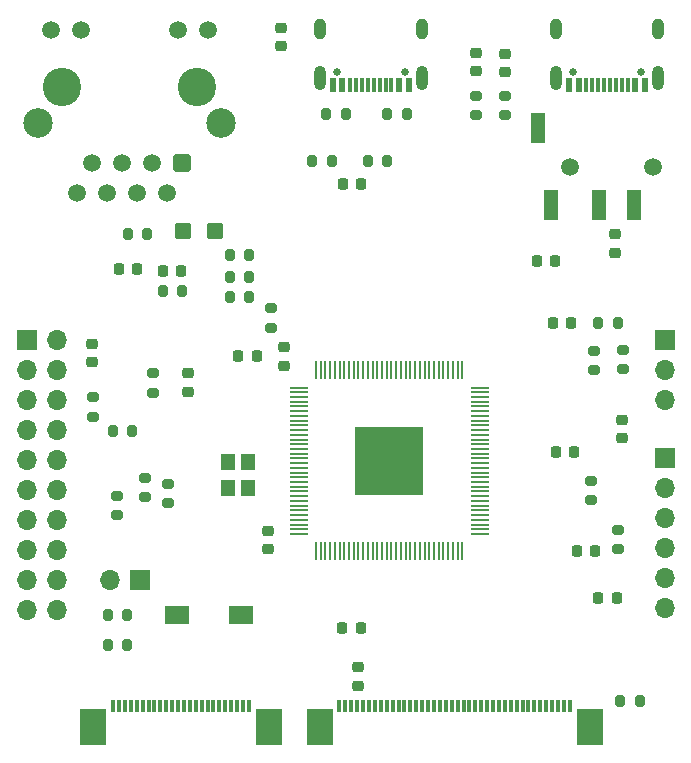
<source format=gbr>
%TF.GenerationSoftware,KiCad,Pcbnew,8.0.4-8.0.4-0~ubuntu24.04.1*%
%TF.CreationDate,2024-08-22T12:53:11+03:00*%
%TF.ProjectId,displinux,64697370-6c69-46e7-9578-2e6b69636164,rev?*%
%TF.SameCoordinates,Original*%
%TF.FileFunction,Soldermask,Top*%
%TF.FilePolarity,Negative*%
%FSLAX46Y46*%
G04 Gerber Fmt 4.6, Leading zero omitted, Abs format (unit mm)*
G04 Created by KiCad (PCBNEW 8.0.4-8.0.4-0~ubuntu24.04.1) date 2024-08-22 12:53:11*
%MOMM*%
%LPD*%
G01*
G04 APERTURE LIST*
G04 Aperture macros list*
%AMRoundRect*
0 Rectangle with rounded corners*
0 $1 Rounding radius*
0 $2 $3 $4 $5 $6 $7 $8 $9 X,Y pos of 4 corners*
0 Add a 4 corners polygon primitive as box body*
4,1,4,$2,$3,$4,$5,$6,$7,$8,$9,$2,$3,0*
0 Add four circle primitives for the rounded corners*
1,1,$1+$1,$2,$3*
1,1,$1+$1,$4,$5*
1,1,$1+$1,$6,$7*
1,1,$1+$1,$8,$9*
0 Add four rect primitives between the rounded corners*
20,1,$1+$1,$2,$3,$4,$5,0*
20,1,$1+$1,$4,$5,$6,$7,0*
20,1,$1+$1,$6,$7,$8,$9,0*
20,1,$1+$1,$8,$9,$2,$3,0*%
G04 Aperture macros list end*
%ADD10RoundRect,0.225000X-0.225000X-0.250000X0.225000X-0.250000X0.225000X0.250000X-0.225000X0.250000X0*%
%ADD11RoundRect,0.225000X-0.250000X0.225000X-0.250000X-0.225000X0.250000X-0.225000X0.250000X0.225000X0*%
%ADD12RoundRect,0.200000X-0.200000X-0.275000X0.200000X-0.275000X0.200000X0.275000X-0.200000X0.275000X0*%
%ADD13RoundRect,0.200000X0.275000X-0.200000X0.275000X0.200000X-0.275000X0.200000X-0.275000X-0.200000X0*%
%ADD14RoundRect,0.250000X-0.450000X-0.425000X0.450000X-0.425000X0.450000X0.425000X-0.450000X0.425000X0*%
%ADD15R,0.300000X1.100000*%
%ADD16R,2.300000X3.100000*%
%ADD17RoundRect,0.200000X-0.275000X0.200000X-0.275000X-0.200000X0.275000X-0.200000X0.275000X0.200000X0*%
%ADD18RoundRect,0.218750X-0.256250X0.218750X-0.256250X-0.218750X0.256250X-0.218750X0.256250X0.218750X0*%
%ADD19C,0.650000*%
%ADD20R,0.600000X1.240000*%
%ADD21R,0.300000X1.240000*%
%ADD22O,1.000000X2.100000*%
%ADD23O,1.000000X1.800000*%
%ADD24R,1.700000X1.700000*%
%ADD25O,1.700000X1.700000*%
%ADD26R,1.200000X1.400000*%
%ADD27RoundRect,0.200000X0.200000X0.275000X-0.200000X0.275000X-0.200000X-0.275000X0.200000X-0.275000X0*%
%ADD28RoundRect,0.225000X0.225000X0.250000X-0.225000X0.250000X-0.225000X-0.250000X0.225000X-0.250000X0*%
%ADD29RoundRect,0.062500X-0.675000X-0.062500X0.675000X-0.062500X0.675000X0.062500X-0.675000X0.062500X0*%
%ADD30RoundRect,0.062500X-0.062500X-0.675000X0.062500X-0.675000X0.062500X0.675000X-0.062500X0.675000X0*%
%ADD31C,3.250000*%
%ADD32RoundRect,0.250500X0.499500X0.499500X-0.499500X0.499500X-0.499500X-0.499500X0.499500X-0.499500X0*%
%ADD33C,1.500000*%
%ADD34C,2.500000*%
%ADD35R,5.730000X5.730000*%
%ADD36R,1.200000X2.500000*%
%ADD37R,2.000000X1.600000*%
%ADD38RoundRect,0.225000X0.250000X-0.225000X0.250000X0.225000X-0.250000X0.225000X-0.250000X-0.225000X0*%
G04 APERTURE END LIST*
D10*
%TO.C,C66*%
X258665000Y-72980000D03*
X260215000Y-72980000D03*
%TD*%
D11*
%TO.C,C64*%
X265300000Y-70735000D03*
X265300000Y-72285000D03*
%TD*%
D12*
%TO.C,R27*%
X232662500Y-72500000D03*
X234312500Y-72500000D03*
%TD*%
D10*
%TO.C,C35*%
X263880000Y-101480000D03*
X265430000Y-101480000D03*
%TD*%
D13*
%TO.C,R7*%
X225500000Y-93000000D03*
X225500000Y-91350000D03*
%TD*%
D14*
%TO.C,C23*%
X228730000Y-70450000D03*
X231430000Y-70450000D03*
%TD*%
D15*
%TO.C,J6*%
X222790000Y-110700000D03*
X223290000Y-110700000D03*
X223790000Y-110700000D03*
X224290000Y-110700000D03*
X224790000Y-110700000D03*
X225290000Y-110700000D03*
X225790000Y-110700000D03*
X226290000Y-110700000D03*
X226790000Y-110700000D03*
X227290000Y-110700000D03*
X227790000Y-110700000D03*
X228290000Y-110700000D03*
X228790000Y-110700000D03*
X229290000Y-110700000D03*
X229790000Y-110700000D03*
X230290000Y-110700000D03*
X230790000Y-110700000D03*
X231290000Y-110700000D03*
X231790000Y-110700000D03*
X232290000Y-110700000D03*
X232790000Y-110700000D03*
X233290000Y-110700000D03*
X233790000Y-110700000D03*
X234290000Y-110700000D03*
D16*
X221120000Y-112400000D03*
X235960000Y-112400000D03*
%TD*%
D17*
%TO.C,R44*%
X223120000Y-92875000D03*
X223120000Y-94525000D03*
%TD*%
D18*
%TO.C,D1*%
X253500000Y-55362500D03*
X253500000Y-56937500D03*
%TD*%
D19*
%TO.C,J1*%
X267490000Y-57000000D03*
X261710000Y-57000000D03*
D20*
X267800000Y-58120000D03*
X267000000Y-58120000D03*
D21*
X265850000Y-58120000D03*
X264850000Y-58120000D03*
X264350000Y-58120000D03*
X263350000Y-58120000D03*
D20*
X262200000Y-58120000D03*
X261400000Y-58120000D03*
X261400000Y-58120000D03*
X262200000Y-58120000D03*
D21*
X262850000Y-58120000D03*
X263850000Y-58120000D03*
X265350000Y-58120000D03*
X266350000Y-58120000D03*
D20*
X267000000Y-58120000D03*
X267800000Y-58120000D03*
D22*
X268920000Y-57520000D03*
D23*
X268920000Y-53320000D03*
D22*
X260280000Y-57520000D03*
D23*
X260280000Y-53320000D03*
%TD*%
D12*
%TO.C,R42*%
X244350000Y-64500000D03*
X246000000Y-64500000D03*
%TD*%
D24*
%TO.C,J4*%
X215460000Y-79680000D03*
D25*
X218000000Y-79680000D03*
X215460000Y-82220000D03*
X218000000Y-82220000D03*
X215460000Y-84760000D03*
X218000000Y-84760000D03*
X215460000Y-87300000D03*
X218000000Y-87300000D03*
X215460000Y-89840000D03*
X218000000Y-89840000D03*
X215460000Y-92380000D03*
X218000000Y-92380000D03*
X215460000Y-94920000D03*
X218000000Y-94920000D03*
X215460000Y-97460000D03*
X218000000Y-97460000D03*
X215460000Y-100000000D03*
X218000000Y-100000000D03*
X215460000Y-102540000D03*
X218000000Y-102540000D03*
%TD*%
D12*
%TO.C,R28*%
X227000000Y-75500000D03*
X228650000Y-75500000D03*
%TD*%
D26*
%TO.C,Y1*%
X234200000Y-92200000D03*
X234200000Y-90000000D03*
X232500000Y-90000000D03*
X232500000Y-92200000D03*
%TD*%
D27*
%TO.C,R22*%
X234325000Y-76050000D03*
X232675000Y-76050000D03*
%TD*%
D28*
%TO.C,C55*%
X243800000Y-66500000D03*
X242250000Y-66500000D03*
%TD*%
D29*
%TO.C,U3*%
X238500000Y-83700000D03*
X238500000Y-84100000D03*
X238500000Y-84500000D03*
X238500000Y-84900000D03*
X238500000Y-85300000D03*
X238500000Y-85700000D03*
X238500000Y-86100000D03*
X238500000Y-86500000D03*
X238500000Y-86900000D03*
X238500000Y-87300000D03*
X238500000Y-87700000D03*
X238500000Y-88100000D03*
X238500000Y-88500000D03*
X238500000Y-88900000D03*
X238500000Y-89300000D03*
X238500000Y-89700000D03*
X238500000Y-90100000D03*
X238500000Y-90500000D03*
X238500000Y-90900000D03*
X238500000Y-91300000D03*
X238500000Y-91700000D03*
X238500000Y-92100000D03*
X238500000Y-92500000D03*
X238500000Y-92900000D03*
X238500000Y-93300000D03*
X238500000Y-93700000D03*
X238500000Y-94100000D03*
X238500000Y-94500000D03*
X238500000Y-94900000D03*
X238500000Y-95300000D03*
X238500000Y-95700000D03*
X238500000Y-96100000D03*
D30*
X239962500Y-97562500D03*
X240362500Y-97562500D03*
X240762500Y-97562500D03*
X241162500Y-97562500D03*
X241562500Y-97562500D03*
X241962500Y-97562500D03*
X242362500Y-97562500D03*
X242762500Y-97562500D03*
X243162500Y-97562500D03*
X243562500Y-97562500D03*
X243962500Y-97562500D03*
X244362500Y-97562500D03*
X244762500Y-97562500D03*
X245162500Y-97562500D03*
X245562500Y-97562500D03*
X245962500Y-97562500D03*
X246362500Y-97562500D03*
X246762500Y-97562500D03*
X247162500Y-97562500D03*
X247562500Y-97562500D03*
X247962500Y-97562500D03*
X248362500Y-97562500D03*
X248762500Y-97562500D03*
X249162500Y-97562500D03*
X249562500Y-97562500D03*
X249962500Y-97562500D03*
X250362500Y-97562500D03*
X250762500Y-97562500D03*
X251162500Y-97562500D03*
X251562500Y-97562500D03*
X251962500Y-97562500D03*
X252362500Y-97562500D03*
D29*
X253825000Y-96100000D03*
X253825000Y-95700000D03*
X253825000Y-95300000D03*
X253825000Y-94900000D03*
X253825000Y-94500000D03*
X253825000Y-94100000D03*
X253825000Y-93700000D03*
X253825000Y-93300000D03*
X253825000Y-92900000D03*
X253825000Y-92500000D03*
X253825000Y-92100000D03*
X253825000Y-91700000D03*
X253825000Y-91300000D03*
X253825000Y-90900000D03*
X253825000Y-90500000D03*
X253825000Y-90100000D03*
X253825000Y-89700000D03*
X253825000Y-89300000D03*
X253825000Y-88900000D03*
X253825000Y-88500000D03*
X253825000Y-88100000D03*
X253825000Y-87700000D03*
X253825000Y-87300000D03*
X253825000Y-86900000D03*
X253825000Y-86500000D03*
X253825000Y-86100000D03*
X253825000Y-85700000D03*
X253825000Y-85300000D03*
X253825000Y-84900000D03*
X253825000Y-84500000D03*
X253825000Y-84100000D03*
X253825000Y-83700000D03*
D30*
X252362500Y-82237500D03*
X251962500Y-82237500D03*
X251562500Y-82237500D03*
X251162500Y-82237500D03*
X250762500Y-82237500D03*
X250362500Y-82237500D03*
X249962500Y-82237500D03*
X249562500Y-82237500D03*
X249162500Y-82237500D03*
X248762500Y-82237500D03*
X248362500Y-82237500D03*
X247962500Y-82237500D03*
X247562500Y-82237500D03*
X247162500Y-82237500D03*
X246762500Y-82237500D03*
X246362500Y-82237500D03*
X245962500Y-82237500D03*
X245562500Y-82237500D03*
X245162500Y-82237500D03*
X244762500Y-82237500D03*
X244362500Y-82237500D03*
X243962500Y-82237500D03*
X243562500Y-82237500D03*
X243162500Y-82237500D03*
X242762500Y-82237500D03*
X242362500Y-82237500D03*
X241962500Y-82237500D03*
X241562500Y-82237500D03*
X241162500Y-82237500D03*
X240762500Y-82237500D03*
X240362500Y-82237500D03*
X239962500Y-82237500D03*
%TD*%
D11*
%TO.C,C24*%
X221000000Y-80000000D03*
X221000000Y-81550000D03*
%TD*%
D13*
%TO.C,R39*%
X263260000Y-93240000D03*
X263260000Y-91590000D03*
%TD*%
D12*
%TO.C,R26*%
X224025000Y-70700000D03*
X225675000Y-70700000D03*
%TD*%
D13*
%TO.C,R32*%
X236150000Y-78650000D03*
X236150000Y-77000000D03*
%TD*%
D31*
%TO.C,J5*%
X229915000Y-58290000D03*
X218485000Y-58290000D03*
D32*
X228640000Y-64650000D03*
D33*
X227380000Y-67190000D03*
X226100000Y-64650000D03*
X224840000Y-67190000D03*
X223560000Y-64650000D03*
X222300000Y-67190000D03*
X221020000Y-64650000D03*
X219760000Y-67190000D03*
X230825000Y-53390000D03*
X228285000Y-53390000D03*
X220115000Y-53390000D03*
X217575000Y-53390000D03*
D34*
X231945000Y-61340000D03*
X216455000Y-61340000D03*
%TD*%
D10*
%TO.C,C25*%
X227030000Y-73840000D03*
X228580000Y-73840000D03*
%TD*%
%TO.C,C34*%
X262035000Y-97580000D03*
X263585000Y-97580000D03*
%TD*%
D27*
%TO.C,R36*%
X224000000Y-103000000D03*
X222350000Y-103000000D03*
%TD*%
D24*
%TO.C,J10*%
X269500000Y-79670000D03*
D25*
X269500000Y-82210000D03*
X269500000Y-84750000D03*
%TD*%
D12*
%TO.C,R47*%
X265715000Y-110230000D03*
X267365000Y-110230000D03*
%TD*%
D19*
%TO.C,J2*%
X247500000Y-57000000D03*
X241720000Y-57000000D03*
D20*
X247810000Y-58120000D03*
X247010000Y-58120000D03*
D21*
X245860000Y-58120000D03*
X244860000Y-58120000D03*
X244360000Y-58120000D03*
X243360000Y-58120000D03*
D20*
X242210000Y-58120000D03*
X241410000Y-58120000D03*
X241410000Y-58120000D03*
X242210000Y-58120000D03*
D21*
X242860000Y-58120000D03*
X243860000Y-58120000D03*
X245360000Y-58120000D03*
X246360000Y-58120000D03*
D20*
X247010000Y-58120000D03*
X247810000Y-58120000D03*
D22*
X248930000Y-57520000D03*
D23*
X248930000Y-53320000D03*
D22*
X240290000Y-57520000D03*
D23*
X240290000Y-53320000D03*
%TD*%
D35*
%TO.C,*%
X246162500Y-89900000D03*
%TD*%
D12*
%TO.C,R35*%
X222350000Y-105500000D03*
X224000000Y-105500000D03*
%TD*%
D11*
%TO.C,C18*%
X265900000Y-86450000D03*
X265900000Y-88000000D03*
%TD*%
D28*
%TO.C,C16*%
X261550000Y-78225000D03*
X260000000Y-78225000D03*
%TD*%
D33*
%TO.C,J3*%
X268500000Y-65000000D03*
X261500000Y-65000000D03*
D36*
X263900000Y-68250000D03*
X266900000Y-68250000D03*
X258800000Y-61750000D03*
X259900000Y-68250000D03*
%TD*%
D11*
%TO.C,C12*%
X237280000Y-80290000D03*
X237280000Y-81840000D03*
%TD*%
D12*
%TO.C,R30*%
X263850000Y-78225000D03*
X265500000Y-78225000D03*
%TD*%
D10*
%TO.C,C26*%
X233390000Y-81070000D03*
X234940000Y-81070000D03*
%TD*%
D11*
%TO.C,C41*%
X235870000Y-95835000D03*
X235870000Y-97385000D03*
%TD*%
D13*
%TO.C,R40*%
X265570000Y-97395000D03*
X265570000Y-95745000D03*
%TD*%
D24*
%TO.C,J7*%
X269500000Y-89650000D03*
D25*
X269500000Y-92190000D03*
X269500000Y-94730000D03*
X269500000Y-97270000D03*
X269500000Y-99810000D03*
X269500000Y-102350000D03*
%TD*%
D13*
%TO.C,R10*%
X227460000Y-93505000D03*
X227460000Y-91855000D03*
%TD*%
%TO.C,R18*%
X256000000Y-60650000D03*
X256000000Y-59000000D03*
%TD*%
D18*
%TO.C,D2*%
X256000000Y-55425000D03*
X256000000Y-57000000D03*
%TD*%
D13*
%TO.C,R17*%
X253500000Y-60650000D03*
X253500000Y-59000000D03*
%TD*%
D17*
%TO.C,R25*%
X263500000Y-80575000D03*
X263500000Y-82225000D03*
%TD*%
D37*
%TO.C,RST1*%
X228220000Y-102980000D03*
X233620000Y-102980000D03*
%TD*%
D13*
%TO.C,R11*%
X221070000Y-86175000D03*
X221070000Y-84525000D03*
%TD*%
D38*
%TO.C,C2*%
X237000000Y-54775000D03*
X237000000Y-53225000D03*
%TD*%
%TO.C,C44*%
X243520000Y-108935000D03*
X243520000Y-107385000D03*
%TD*%
D11*
%TO.C,C21*%
X229162500Y-82500000D03*
X229162500Y-84050000D03*
%TD*%
D10*
%TO.C,C45*%
X242210000Y-104080000D03*
X243760000Y-104080000D03*
%TD*%
D24*
%TO.C,J9*%
X225040000Y-100000000D03*
D25*
X222500000Y-100000000D03*
%TD*%
D12*
%TO.C,R8*%
X222750000Y-87400000D03*
X224400000Y-87400000D03*
%TD*%
D13*
%TO.C,R31*%
X266000000Y-82150000D03*
X266000000Y-80500000D03*
%TD*%
D27*
%TO.C,R23*%
X234325000Y-74300000D03*
X232675000Y-74300000D03*
%TD*%
D13*
%TO.C,R24*%
X226162500Y-84150000D03*
X226162500Y-82500000D03*
%TD*%
D28*
%TO.C,C22*%
X224845000Y-73630000D03*
X223295000Y-73630000D03*
%TD*%
D27*
%TO.C,R5*%
X247650000Y-60500000D03*
X246000000Y-60500000D03*
%TD*%
D12*
%TO.C,R43*%
X239650000Y-64500000D03*
X241300000Y-64500000D03*
%TD*%
D15*
%TO.C,J8*%
X241960000Y-110700000D03*
X242460000Y-110700000D03*
X242960000Y-110700000D03*
X243460000Y-110700000D03*
X243960000Y-110700000D03*
X244460000Y-110700000D03*
X244960000Y-110700000D03*
X245460000Y-110700000D03*
X245960000Y-110700000D03*
X246460000Y-110700000D03*
X246960000Y-110700000D03*
X247460000Y-110700000D03*
X247960000Y-110700000D03*
X248460000Y-110700000D03*
X248960000Y-110700000D03*
X249460000Y-110700000D03*
X249960000Y-110700000D03*
X250460000Y-110700000D03*
X250960000Y-110700000D03*
X251460000Y-110700000D03*
X251960000Y-110700000D03*
X252460000Y-110700000D03*
X252960000Y-110700000D03*
X253460000Y-110700000D03*
X253960000Y-110700000D03*
X254460000Y-110700000D03*
X254960000Y-110700000D03*
X255460000Y-110700000D03*
X255960000Y-110700000D03*
X256460000Y-110700000D03*
X256960000Y-110700000D03*
X257460000Y-110700000D03*
X257960000Y-110700000D03*
X258460000Y-110700000D03*
X258960000Y-110700000D03*
X259460000Y-110700000D03*
X259960000Y-110700000D03*
X260460000Y-110700000D03*
X260960000Y-110700000D03*
X261460000Y-110700000D03*
D16*
X240290000Y-112400000D03*
X263130000Y-112400000D03*
%TD*%
D10*
%TO.C,C32*%
X260275000Y-89150000D03*
X261825000Y-89150000D03*
%TD*%
D12*
%TO.C,R6*%
X240850000Y-60500000D03*
X242500000Y-60500000D03*
%TD*%
M02*

</source>
